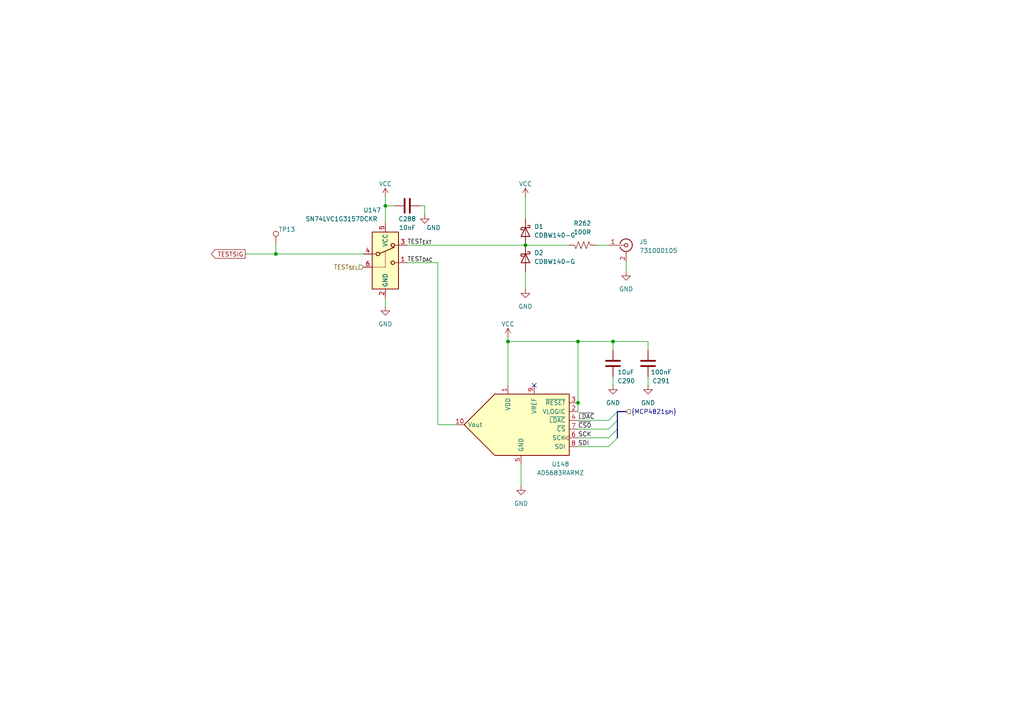
<source format=kicad_sch>
(kicad_sch (version 20250114) (generator "eeschema") (generator_version "9.0")
  (paper "A4")
  (title_block (title "Extracellular Electrophysiology Test Board") (rev "C") (company "Open Ephys, Inc") (comment 1 "Jonathan P. Newman"))
  (lib_symbols
    (symbol "Connector:Conn_Coaxial" (pin_names (offset 1.016) (hide yes))
      (property "Reference" "J" (at 0.254 3.048 0))
      (property "Value" "Conn_Coaxial" (at 2.921 0 90))
      (symbol "Conn_Coaxial_0_1"
        (polyline (pts (xy -2.54 0) (xy -0.508 0)))
        (arc (start 1.778 0) (mid 0.222 -1.8079) (end -1.778 -0.508) (stroke (width 0.254)))
        (arc (start -1.778 0.508) (mid 0.2221 1.8084) (end 1.778 0) (stroke (width 0.254)))
        (circle (center 0 0) (radius 0.508) (stroke (width 0.2032)))
        (polyline (pts (xy 0 -2.54) (xy 0 -1.778)))
      )
      (symbol "Conn_Coaxial_1_1"
        (pin passive line (at -5.08 0 0) (length 2.54) (name "In") (number "1"))
        (pin passive line (at 0 -5.08 90) (length 2.54) (name "Ext") (number "2"))
      )
    )
    (symbol "Connector:TestPoint" (pin_numbers (hide yes)) (pin_names (offset 0.762) (hide yes))
      (property "Reference" "TP" (at 0 6.858 0))
      (property "Value" "TestPoint" (at 0 5.08 0))
      (symbol "TestPoint_0_1"
        (circle (center 0 3.302) (radius 0.762))
      )
      (symbol "TestPoint_1_1"
        (pin passive line (at 0 0 90) (length 2.54) (name "1") (number "1"))
      )
    )
    (symbol "Device:C" (pin_numbers (hide yes)) (pin_names (offset 0.254))
      (property "Reference" "C" (at 0.635 2.54 0))
      (property "Value" "C" (at 0.635 -2.54 0))
      (symbol "C_0_1"
        (polyline (pts (xy -2.032 0.762) (xy 2.032 0.762)) (stroke (width 0.508)))
        (polyline (pts (xy -2.032 -0.762) (xy 2.032 -0.762)) (stroke (width 0.508)))
      )
      (symbol "C_1_1"
        (pin passive line (at 0 3.81 270) (length 2.794) (name "~") (number "1"))
        (pin passive line (at 0 -3.81 90) (length 2.794) (name "~") (number "2"))
      )
    )
    (symbol "Device:D_Schottky" (pin_numbers (hide yes)) (pin_names (offset 1.016) (hide yes))
      (property "Reference" "D" (at 0 2.54 0))
      (property "Value" "D_Schottky" (at 0 -2.54 0))
      (symbol "D_Schottky_0_1"
        (polyline (pts (xy -1.905 0.635) (xy -1.905 1.27) (xy -1.27 1.27) (xy -1.27 -1.27) (xy -0.635 -1.27) (xy -0.635 -0.635)) (stroke (width 0.254)))
        (polyline (pts (xy 1.27 1.27) (xy 1.27 -1.27) (xy -1.27 0) (xy 1.27 1.27)) (stroke (width 0.254)))
        (polyline (pts (xy 1.27 0) (xy -1.27 0)))
      )
      (symbol "D_Schottky_1_1"
        (pin passive line (at -3.81 0 0) (length 2.54) (name "K") (number "1"))
        (pin passive line (at 3.81 0 180) (length 2.54) (name "A") (number "2"))
      )
    )
    (symbol "Device:R_US" (pin_numbers (hide yes)) (pin_names (offset 0))
      (property "Reference" "R" (at 2.54 0 90))
      (property "Value" "R_US" (at -2.54 0 90))
      (symbol "R_US_0_1"
        (polyline (pts (xy 0 2.286) (xy 0 2.54)))
        (polyline (pts (xy 0 2.286) (xy 1.016 1.905) (xy 0 1.524) (xy -1.016 1.143) (xy 0 0.762)))
        (polyline (pts (xy 0 0.762) (xy 1.016 0.381) (xy 0 0) (xy -1.016 -0.381) (xy 0 -0.762)))
        (polyline (pts (xy 0 -0.762) (xy 1.016 -1.143) (xy 0 -1.524) (xy -1.016 -1.905) (xy 0 -2.286)))
        (polyline (pts (xy 0 -2.286) (xy 0 -2.54)))
      )
      (symbol "R_US_1_1"
        (pin passive line (at 0 3.81 270) (length 1.27) (name "~") (number "1"))
        (pin passive line (at 0 -3.81 90) (length 1.27) (name "~") (number "2"))
      )
    )
    (symbol "open-ephys:AD568xR" (pin_names (offset 1.016))
      (property "Reference" "U" (at 8.128 8.255 0))
      (property "Value" "AD568xR" (at 8.128 6.35 0))
      (symbol "AD568xR_0_0"
        (polyline (pts (xy 12.7 0) (xy 3.81 8.89) (xy -17.78 8.89) (xy -17.78 -8.89) (xy 3.81 -8.89) (xy 12.7 0)) (stroke (width 0.254)) (fill (type background)))
      )
      (symbol "AD568xR_1_1"
        (pin input line (at -20.32 6.35 0) (length 2.54) (name "~{RESET}") (number "3"))
        (pin input line (at -20.32 3.81 0) (length 2.54) (name "VLOGIC") (number "2"))
        (pin input line (at -20.32 1.27 0) (length 2.54) (name "~{LDAC}") (number "4"))
        (pin input line (at -20.32 -1.27 0) (length 2.54) (name "~{CS}") (number "7"))
        (pin input clock (at -20.32 -3.81 0) (length 2.54) (name "SCK") (number "6"))
        (pin input line (at -20.32 -6.35 0) (length 2.54) (name "SDI") (number "8"))
        (pin bidirectional line (at -7.62 11.43 270) (length 2.54) (name "VREF") (number "9"))
        (pin power_in line (at -3.81 -11.43 90) (length 2.54) (name "GND") (number "5"))
        (pin power_in line (at 0 11.43 270) (length 2.54) (name "VDD") (number "1"))
        (pin output line (at 15.24 0 180) (length 2.54) (name "Vout") (number "10"))
      )
    )
    (symbol "open-ephys:SN74LVC1G3157DCKR"
      (property "Reference" "U13" (at -3.81 13.97 0))
      (property "Value" "SN74LVC1G3157DCKR" (at -12.7 11.43 0))
      (symbol "SN74LVC1G3157DCKR_1_1"
        (rectangle (start -3.81 7.62) (end 3.81 -8.89) (stroke (width 0.254)) (fill (type background)))
        (polyline (pts (xy -3.81 1.27) (xy -2.794 1.27)))
        (polyline (pts (xy -3.81 -2.54) (xy -3.556 -2.54)))
        (polyline (pts (xy -3.048 -2.54) (xy -3.302 -2.54)))
        (polyline (pts (xy -2.54 -2.54) (xy -2.794 -2.54)))
        (circle (center -2.159 1.27) (radius 0.508) (stroke (width 0.254)))
        (polyline (pts (xy -2.032 -2.54) (xy -2.286 -2.54)))
        (polyline (pts (xy -1.651 1.397) (xy 2.54 3.175)) (stroke (width 0.254)))
        (polyline (pts (xy -1.524 -2.54) (xy -1.778 -2.54)))
        (polyline (pts (xy -1.016 -2.54) (xy -1.27 -2.54)))
        (polyline (pts (xy -0.508 -2.54) (xy -0.762 -2.54)))
        (polyline (pts (xy 0 1.524) (xy 0 1.778)))
        (polyline (pts (xy 0 1.524) (xy 0 1.778)))
        (polyline (pts (xy 0 1.016) (xy 0 1.27)))
        (polyline (pts (xy 0 0.508) (xy 0 0.762)))
        (polyline (pts (xy 0 0) (xy 0 0.254)))
        (polyline (pts (xy 0 -0.508) (xy 0 -0.254)))
        (polyline (pts (xy 0 -1.016) (xy 0 -0.762)))
        (polyline (pts (xy 0 -1.524) (xy 0 -1.27)))
        (polyline (pts (xy 0 -2.032) (xy 0 -1.778)))
        (polyline (pts (xy 0 -2.54) (xy -0.254 -2.54)))
        (polyline (pts (xy 0 -2.54) (xy 0 -2.286)))
        (circle (center 2.159 3.81) (radius 0.508) (stroke (width 0.254)))
        (circle (center 2.159 -1.27) (radius 0.508) (stroke (width 0.254)))
        (polyline (pts (xy 3.81 3.81) (xy 2.794 3.81)))
        (polyline (pts (xy 3.81 -1.27) (xy 2.794 -1.27)))
        (pin passive line (at -6.35 1.27 0) (length 2.54) (name "~") (number "4"))
        (pin input line (at -6.35 -2.54 0) (length 2.54) (name "~") (number "6"))
        (pin power_in line (at 0 10.16 270) (length 2.54) (name "VCC") (number "5"))
        (pin power_in line (at 0 -11.43 90) (length 2.54) (name "GND") (number "2"))
        (pin passive line (at 6.35 3.81 180) (length 2.54) (name "~") (number "3"))
        (pin passive line (at 6.35 -1.27 180) (length 2.54) (name "~") (number "1"))
      )
    )
    (symbol "power:GND" (power) (pin_numbers (hide yes)) (pin_names (offset 0) (hide yes))
      (property "Value" "GND" (at 0 -3.81 0))
      (symbol "GND_0_1"
        (polyline (pts (xy 0 0) (xy 0 -1.27) (xy 1.27 -1.27) (xy 0 -2.54) (xy -1.27 -1.27) (xy 0 -1.27)))
      )
      (symbol "GND_1_1"
        (pin power_in line (at 0 0 270) (length 0) (name "~") (number "1"))
      )
    )
    (symbol "power:VCC" (power) (pin_numbers (hide yes)) (pin_names (offset 0) (hide yes))
      (property "Value" "VCC" (at 0 3.556 0))
      (symbol "VCC_0_1"
        (polyline (pts (xy -0.762 1.27) (xy 0 2.54)))
        (polyline (pts (xy 0 2.54) (xy 0.762 1.27)))
        (polyline (pts (xy 0 0) (xy 0 2.54)))
      )
      (symbol "VCC_1_1"
        (pin power_in line (at 0 0 90) (length 0) (name "~") (number "1"))
      )
    )
  )
  (junction (at 177.8 99.06))
  (junction (at 152.4 71.12))
  (junction (at 167.64 116.84))
  (junction (at 80.01 73.66))
  (junction (at 167.64 99.06))
  (junction (at 147.32 99.06))
  (junction (at 111.76 59.69))
  (no_connect (at 154.94 111.76))
  (bus_entry (at 176.53 129.54) (size 2.54 -2.54))
  (bus_entry (at 176.53 124.46) (size 2.54 -2.54))
  (bus_entry (at 176.53 127) (size 2.54 -2.54))
  (bus_entry (at 176.53 121.92) (size 2.54 -2.54))
  (wire (pts (xy 167.64 124.46) (xy 176.53 124.46)))
  (wire (pts (xy 147.32 97.79) (xy 147.32 99.06)))
  (wire (pts (xy 111.76 59.69) (xy 114.3 59.69)))
  (wire (pts (xy 80.01 71.12) (xy 80.01 73.66)))
  (wire (pts (xy 111.76 59.69) (xy 111.76 64.77)))
  (wire (pts (xy 147.32 99.06) (xy 147.32 111.76)))
  (wire (pts (xy 152.4 57.15) (xy 152.4 63.5)))
  (wire (pts (xy 152.4 71.12) (xy 165.1 71.12)))
  (wire (pts (xy 127 123.19) (xy 132.08 123.19)))
  (wire (pts (xy 167.64 127) (xy 176.53 127)))
  (wire (pts (xy 177.8 109.22) (xy 177.8 111.76)))
  (wire (pts (xy 151.13 134.62) (xy 151.13 140.97)))
  (wire (pts (xy 111.76 57.15) (xy 111.76 59.69)))
  (wire (pts (xy 177.8 101.6) (xy 177.8 99.06)))
  (wire (pts (xy 127 76.2) (xy 118.11 76.2)))
  (wire (pts (xy 187.96 109.22) (xy 187.96 111.76)))
  (wire (pts (xy 71.12 73.66) (xy 80.01 73.66)))
  (wire (pts (xy 118.11 71.12) (xy 152.4 71.12)))
  (bus (pts (xy 179.07 121.92) (xy 179.07 124.46)))
  (bus (pts (xy 181.61 119.38) (xy 179.07 119.38)))
  (wire (pts (xy 167.64 129.54) (xy 176.53 129.54)))
  (wire (pts (xy 127 76.2) (xy 127 123.19)))
  (wire (pts (xy 111.76 86.36) (xy 111.76 88.9)))
  (wire (pts (xy 167.64 99.06) (xy 147.32 99.06)))
  (wire (pts (xy 167.64 116.84) (xy 167.64 119.38)))
  (wire (pts (xy 187.96 99.06) (xy 187.96 101.6)))
  (wire (pts (xy 80.01 73.66) (xy 105.41 73.66)))
  (wire (pts (xy 181.61 76.2) (xy 181.61 78.74)))
  (wire (pts (xy 152.4 78.74) (xy 152.4 83.82)))
  (wire (pts (xy 123.19 59.69) (xy 123.19 62.23)))
  (wire (pts (xy 167.64 121.92) (xy 176.53 121.92)))
  (wire (pts (xy 177.8 99.06) (xy 167.64 99.06)))
  (wire (pts (xy 121.92 59.69) (xy 123.19 59.69)))
  (wire (pts (xy 187.96 99.06) (xy 177.8 99.06)))
  (wire (pts (xy 172.72 71.12) (xy 176.53 71.12)))
  (wire (pts (xy 167.64 99.06) (xy 167.64 116.84)))
  (bus (pts (xy 179.07 124.46) (xy 179.07 127)))
  (bus (pts (xy 179.07 119.38) (xy 179.07 121.92)))
  (label "SCK" (at 167.64 127 0))
  (label "~{CS0}" (at 167.64 124.46 0))
  (label "SDI" (at 167.64 129.54 0))
  (label "TEST_{EXT}" (at 118.11 71.12 0))
  (label "TEST_{DAC}" (at 118.11 76.2 0))
  (label "~{LDAC}" (at 167.64 121.92 0))
  (global_label "TESTSIG" (shape output) (at 71.12 73.66 180) (property "Intersheetrefs" "${INTERSHEET_REFS}" (effects (hide yes))))
  (hierarchical_label "{MCP4821_{SPI}}" (shape input) (at 181.61 119.38 0))
  (hierarchical_label "TEST_{SEL}" (shape input) (at 105.41 77.47 180))
  (symbol (lib_id "Device:D_Schottky") (at 152.4 67.31 270) (unit 1)
    (property "Reference" "D1" (at 154.94 65.7225 90) (effects (justify left)))
    (property "Value" "CDBW140-G" (at 154.94 68.2625 90) (effects (justify left)))
    (property "Footprint" "Diode_SMD:D_SOD-123" (effects (hide yes)))
    (property "Description" "Schottky diode" (effects (hide yes)))
    (property "MPN" "CDBW140-G" (effects (hide yes)))
    (property "OEPSPN" "OEPS030034" (effects (hide yes)))
  )
  (symbol (lib_id "Device:C") (at 187.96 105.41 0) (mirror y) (unit 1)
    (property "Reference" "C291" (at 191.77 110.49 0))
    (property "Value" "100nF" (at 191.77 107.95 0))
    (property "Footprint" "Capacitor_SMD:C_0402_1005Metric" (effects (hide yes)))
    (property "Description" "Unpolarized capacitor" (effects (hide yes)))
    (property "TempCo" "X7R" (effects (hide yes)))
    (property "MPN" "C1005X7R1E104K050BB" (effects (hide yes)))
    (property "OEPSPN" "OEPS010050" (effects (hide yes)))
  )
  (symbol (lib_id "Device:R_US") (at 168.91 71.12 270) (mirror x) (unit 1)
    (property "Reference" "R262" (at 168.91 64.77 90))
    (property "Value" "100R" (at 168.91 67.31 90))
    (property "Footprint" "Resistor_SMD:R_1206_3216Metric" (effects (hide yes)))
    (property "Description" "Resistor, US symbol" (effects (hide yes)))
    (property "MPN" "TNPW1206100RBEEA" (effects (hide yes)))
    (property "OEPSPN" "OEPS020172" (effects (hide yes)))
  )
  (symbol (lib_id "power:GND") (at 181.61 78.74 0) (mirror y) (unit 1)
    (property "Reference" "#PWR0729" (effects (hide yes)))
    (property "Value" "GND" (at 181.61 83.82 0))
    (property "Description" "Power symbol creates a global label with name \"GND\" , ground" (effects (hide yes)))
  )
  (symbol (lib_id "power:VCC") (at 152.4 57.15 0) (mirror y) (unit 1)
    (property "Reference" "#PWR0726" (effects (hide yes)))
    (property "Value" "VCC" (at 152.4 53.34 0))
    (property "Description" "Power symbol creates a global label with name \"VCC\"" (effects (hide yes)))
  )
  (symbol (lib_id "open-ephys:AD568xR") (at 147.32 123.19 0) (mirror y) (unit 1)
    (property "Reference" "U148" (at 162.56 134.62 0))
    (property "Value" "AD5683RARMZ" (at 162.56 137.16 0))
    (property "Footprint" "Package_SO:MSOP-10_3x3mm_P0.5mm" (effects (hide yes)))
    (property "Datasheet" "https://www.analog.com/media/en/technical-documentation/data-sheets/AD5683R_5682R_5681R_5683.pdf" (effects (hide yes)))
    (property "Description" "16-/14-/12-Bit nanoDAC+, with ±2 (16-Bit) LSB INL and 2 ppm/°C Reference. Vlogic option." (effects (hide yes)))
    (property "MPN" "AD5683RARMZ" (effects (hide yes)))
    (property "OEPSPN" "OEPS080154" (effects (hide yes)))
  )
  (symbol (lib_id "power:GND") (at 177.8 111.76 0) (unit 1)
    (property "Reference" "#PWR0728" (effects (hide yes)))
    (property "Value" "GND" (at 177.8 116.84 0))
    (property "Description" "Power symbol creates a global label with name \"GND\" , ground" (effects (hide yes)))
  )
  (symbol (lib_id "Device:C") (at 118.11 59.69 90) (unit 1)
    (property "Reference" "C288" (at 118.11 63.5 90))
    (property "Value" "10nF" (at 118.11 66.04 90))
    (property "Footprint" "Capacitor_SMD:C_0402_1005Metric" (effects (hide yes)))
    (property "Description" "Unpolarized capacitor" (effects (hide yes)))
    (property "TempCo" "X7R" (effects (hide yes)))
    (property "MPN" "GRM155R71E103KA01D" (effects (hide yes)))
    (property "OEPSPN" "OEPS010067" (effects (hide yes)))
  )
  (symbol (lib_id "power:GND") (at 187.96 111.76 0) (unit 1)
    (property "Reference" "#PWR0730" (effects (hide yes)))
    (property "Value" "GND" (at 187.96 116.84 0))
    (property "Description" "Power symbol creates a global label with name \"GND\" , ground" (effects (hide yes)))
  )
  (symbol (lib_id "Connector:TestPoint") (at 80.01 71.12 0) (unit 1) (in_bom no)
    (property "Reference" "TP13" (at 80.772 66.548 0) (effects (justify left)))
    (property "Value" "VCC" (effects (hide yes)))
    (property "Footprint" "TestPoint:TestPoint_Pad_D2.0mm" (effects (hide yes)))
    (property "Description" "test point" (effects (hide yes)))
  )
  (symbol (lib_id "Connector:Conn_Coaxial") (at 181.61 71.12 0) (unit 1)
    (property "Reference" "J5" (at 185.42 70.1432 0) (effects (justify left)))
    (property "Value" "731000105" (at 185.42 72.6832 0) (effects (justify left)))
    (property "Footprint" "open-ephys:BNC_MOLEX_0731000105" (effects (hide yes)))
    (property "Description" "coaxial connector (BNC, SMA, SMB, SMC, Cinch/RCA, LEMO, ...)" (effects (hide yes)))
    (property "MPN" "731000105" (effects (hide yes)))
    (property "OEPSPN" "OEPS070024" (effects (hide yes)))
  )
  (symbol (lib_id "power:GND") (at 152.4 83.82 0) (mirror y) (unit 1)
    (property "Reference" "#PWR0727" (effects (hide yes)))
    (property "Value" "GND" (at 152.4 88.9 0))
    (property "Description" "Power symbol creates a global label with name \"GND\" , ground" (effects (hide yes)))
  )
  (symbol (lib_id "Device:C") (at 177.8 105.41 0) (unit 1)
    (property "Reference" "C290" (at 179.07 110.49 0) (effects (justify left)))
    (property "Value" "10uF" (at 179.07 107.95 0) (effects (justify left)))
    (property "Footprint" "Capacitor_SMD:C_1206_3216Metric" (effects (hide yes)))
    (property "Description" "Unpolarized capacitor" (effects (hide yes)))
    (property "TempCo" "X5R" (effects (hide yes)))
    (property "Voltage" "16V" (effects (hide yes)))
    (property "MPN" "CL31B106KBHNNNE" (effects (hide yes)))
    (property "OEPSPN" "OEPS010032" (effects (hide yes)))
  )
  (symbol (lib_id "power:VCC") (at 111.76 57.15 0) (mirror y) (unit 1)
    (property "Reference" "#PWR0720" (effects (hide yes)))
    (property "Value" "VCC" (at 111.76 53.34 0))
    (property "Description" "Power symbol creates a global label with name \"VCC\"" (effects (hide yes)))
  )
  (symbol (lib_id "power:GND") (at 123.19 62.23 0) (mirror y) (unit 1)
    (property "Reference" "#PWR0722" (effects (hide yes)))
    (property "Value" "GND" (at 125.73 66.04 0))
    (property "Description" "Power symbol creates a global label with name \"GND\" , ground" (effects (hide yes)))
  )
  (symbol (lib_id "open-ephys:SN74LVC1G3157DCKR") (at 111.76 74.93 0) (unit 1)
    (property "Reference" "U147" (at 107.95 60.96 0))
    (property "Value" "SN74LVC1G3157DCKR" (at 99.06 63.5 0))
    (property "Footprint" "Package_TO_SOT_SMD:SOT-363_SC-70-6" (effects (hide yes)))
    (property "Datasheet" "https://www.ti.com/lit/ds/symlink/sn74lvc1g3157.pdf?HQS=dis-dk-null-digikeymode-dsf-pf-null-wwe&ts=1702261952416&ref_url=https%253A%252F%252Fwww.ti.com%252Fgeneral%252Fdocs%252Fsuppproductinfo.tsp%253FdistId%253D10%2526gotoUrl%253Dhttps%253A%252F%252Fwww.ti.com%252Flit%252Fgpn%252Fsn74lvc1g3157" (effects (hide yes)))
    (property "Description" "Single-Pole Double-Throw Analog Switch" (effects (hide yes)))
    (property "MPN" "SN74LVC1G3157DCKR" (effects (hide yes)))
    (property "OEPSPN" "OEPS080161" (effects (hide yes)))
  )
  (symbol (lib_id "power:GND") (at 111.76 88.9 0) (mirror y) (unit 1)
    (property "Reference" "#PWR0721" (effects (hide yes)))
    (property "Value" "GND" (at 111.76 93.98 0))
    (property "Description" "Power symbol creates a global label with name \"GND\" , ground" (effects (hide yes)))
  )
  (symbol (lib_id "power:GND") (at 151.13 140.97 0) (mirror y) (unit 1)
    (property "Reference" "#PWR0725" (effects (hide yes)))
    (property "Value" "GND" (at 151.13 146.05 0))
    (property "Description" "Power symbol creates a global label with name \"GND\" , ground" (effects (hide yes)))
  )
  (symbol (lib_id "Device:D_Schottky") (at 152.4 74.93 270) (unit 1)
    (property "Reference" "D2" (at 154.94 73.3425 90) (effects (justify left)))
    (property "Value" "CDBW140-G" (at 154.94 75.8825 90) (effects (justify left)))
    (property "Footprint" "Diode_SMD:D_SOD-123" (effects (hide yes)))
    (property "Description" "Schottky diode" (effects (hide yes)))
    (property "MPN" "CDBW140-G" (effects (hide yes)))
    (property "OEPSPN" "OEPS030034" (effects (hide yes)))
  )
  (symbol (lib_id "power:VCC") (at 147.32 97.79 0) (unit 1)
    (property "Reference" "#PWR0724" (effects (hide yes)))
    (property "Value" "VCC" (at 147.32 93.98 0))
    (property "Description" "Power symbol creates a global label with name \"VCC\"" (effects (hide yes)))
  )
)
</source>
